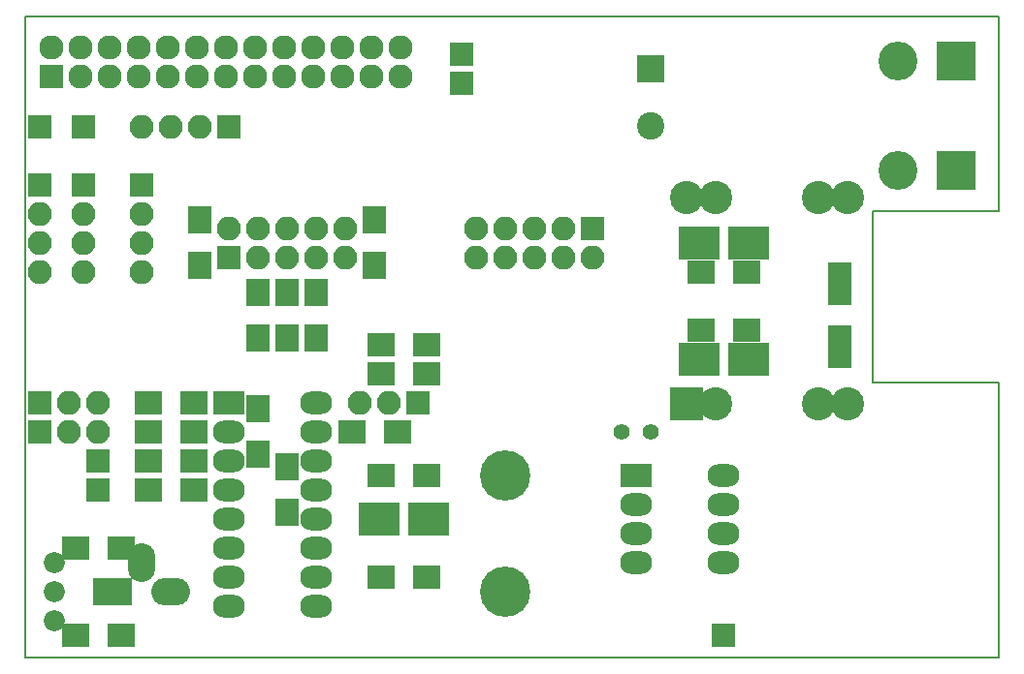
<source format=gbr>
%TF.GenerationSoftware,KiCad,Pcbnew,4.0.7*%
%TF.CreationDate,2018-04-11T15:18:22+03:00*%
%TF.ProjectId,pi_adc_rtc_etc,70695F6164635F7274635F6574632E6B,rev?*%
%TF.FileFunction,Soldermask,Bot*%
%FSLAX46Y46*%
G04 Gerber Fmt 4.6, Leading zero omitted, Abs format (unit mm)*
G04 Created by KiCad (PCBNEW 4.0.7) date 04/11/18 15:18:22*
%MOMM*%
%LPD*%
G01*
G04 APERTURE LIST*
%ADD10C,0.150000*%
%ADD11R,2.127200X2.127200*%
%ADD12O,2.127200X2.127200*%
%ADD13C,4.400500*%
%ADD14R,2.000000X2.400000*%
%ADD15R,3.600000X2.900000*%
%ADD16R,2.400000X2.000000*%
%ADD17O,2.400000X3.400000*%
%ADD18R,3.400000X2.400000*%
%ADD19O,3.400000X2.400000*%
%ADD20R,3.400000X3.400000*%
%ADD21C,3.400000*%
%ADD22R,2.100000X2.100000*%
%ADD23O,2.100000X2.100000*%
%ADD24R,2.900000X2.900000*%
%ADD25C,2.900000*%
%ADD26R,2.100000X2.400000*%
%ADD27R,2.400000X2.100000*%
%ADD28C,1.840000*%
%ADD29R,2.800000X2.000000*%
%ADD30O,2.800000X2.000000*%
%ADD31C,1.400000*%
%ADD32R,2.100000X3.700000*%
%ADD33R,2.400000X2.400000*%
%ADD34C,2.400000*%
G04 APERTURE END LIST*
D10*
X85000000Y39000000D02*
X85000000Y56000000D01*
X74000000Y39000000D02*
X85000000Y39000000D01*
X74000000Y24000000D02*
X74000000Y39000000D01*
X85000000Y24000000D02*
X74000000Y24000000D01*
X85000000Y0D02*
X85000000Y24000000D01*
X85000000Y56000000D02*
X0Y56000000D01*
X0Y0D02*
X85000000Y0D01*
X0Y56000000D02*
X0Y0D01*
D11*
X2255360Y50720860D03*
D12*
X2255360Y53260860D03*
X4795360Y50720860D03*
X4795360Y53260860D03*
X7335360Y50720860D03*
X7335360Y53260860D03*
X9875360Y50720860D03*
X9875360Y53260860D03*
X12415360Y50720860D03*
X12415360Y53260860D03*
X14955360Y50720860D03*
X14955360Y53260860D03*
X17495360Y50720860D03*
X17495360Y53260860D03*
X20035360Y50720860D03*
X20035360Y53260860D03*
X22575360Y50720860D03*
X22575360Y53260860D03*
X25115360Y50720860D03*
X25115360Y53260860D03*
X27655360Y50720860D03*
X27655360Y53260860D03*
X30195360Y50720860D03*
X30195360Y53260860D03*
X32735360Y50720860D03*
X32735360Y53260860D03*
D13*
X41920000Y15900000D03*
X41920000Y5740000D03*
D14*
X30490000Y34220000D03*
X30490000Y38220000D03*
D15*
X63120000Y26060000D03*
X58820000Y26060000D03*
D16*
X62970000Y28600000D03*
X58970000Y28600000D03*
D14*
X20330000Y17710000D03*
X20330000Y21710000D03*
D15*
X63120000Y36220000D03*
X58820000Y36220000D03*
D16*
X58970000Y33680000D03*
X62970000Y33680000D03*
D14*
X15250000Y34220000D03*
X15250000Y38220000D03*
D16*
X31030000Y24790000D03*
X35030000Y24790000D03*
D14*
X22870000Y16630000D03*
X22870000Y12630000D03*
D15*
X35180000Y12090000D03*
X30880000Y12090000D03*
D16*
X31030000Y7010000D03*
X35030000Y7010000D03*
D17*
X10170000Y8280000D03*
D18*
X7630000Y5740000D03*
D19*
X12710000Y5740000D03*
D20*
X81290000Y42570000D03*
D21*
X76210000Y42570000D03*
D22*
X10170000Y41300000D03*
D23*
X10170000Y38760000D03*
X10170000Y36220000D03*
X10170000Y33680000D03*
D22*
X1280000Y41300000D03*
D23*
X1280000Y38760000D03*
X1280000Y36220000D03*
X1280000Y33680000D03*
D22*
X5090000Y41300000D03*
D23*
X5090000Y38760000D03*
X5090000Y36220000D03*
X5090000Y33680000D03*
D22*
X17790000Y46380000D03*
D23*
X15250000Y46380000D03*
X12710000Y46380000D03*
X10170000Y46380000D03*
D24*
X57780000Y22140000D03*
D25*
X71780000Y22140000D03*
X71780000Y40140000D03*
X57780000Y40140000D03*
X60280000Y22140000D03*
X69280000Y22140000D03*
X69280000Y40140000D03*
X60280000Y40140000D03*
D22*
X5090000Y46380000D03*
D20*
X81290000Y52095000D03*
D21*
X76210000Y52095000D03*
D22*
X17790000Y34950000D03*
D23*
X17790000Y37490000D03*
X20330000Y34950000D03*
X20330000Y37490000D03*
X22870000Y34950000D03*
X22870000Y37490000D03*
X25410000Y34950000D03*
X25410000Y37490000D03*
X27950000Y34950000D03*
X27950000Y37490000D03*
D22*
X49540000Y37490000D03*
D23*
X49540000Y34950000D03*
X47000000Y37490000D03*
X47000000Y34950000D03*
X44460000Y37490000D03*
X44460000Y34950000D03*
X41920000Y37490000D03*
X41920000Y34950000D03*
X39380000Y37490000D03*
X39380000Y34950000D03*
D22*
X1280000Y46380000D03*
X38110000Y52730000D03*
X38110000Y50190000D03*
X1280000Y22250000D03*
D23*
X3820000Y22250000D03*
X6360000Y22250000D03*
D22*
X1280000Y19710000D03*
D23*
X3820000Y19710000D03*
X6360000Y19710000D03*
D22*
X6360000Y17170000D03*
X6360000Y14630000D03*
X34300000Y22250000D03*
D23*
X31760000Y22250000D03*
X29220000Y22250000D03*
D22*
X60970000Y1930000D03*
D26*
X22870000Y31870000D03*
X22870000Y27870000D03*
X20330000Y31870000D03*
X20330000Y27870000D03*
X25410000Y31870000D03*
X25410000Y27870000D03*
D27*
X10710000Y22250000D03*
X14710000Y22250000D03*
X10710000Y19710000D03*
X14710000Y19710000D03*
X10710000Y17170000D03*
X14710000Y17170000D03*
X10710000Y14630000D03*
X14710000Y14630000D03*
X32490000Y19710000D03*
X28490000Y19710000D03*
X35030000Y27330000D03*
X31030000Y27330000D03*
X31030000Y15900000D03*
X35030000Y15900000D03*
X4360000Y1930000D03*
X8360000Y1930000D03*
X8360000Y9550000D03*
X4360000Y9550000D03*
D28*
X2550000Y3200000D03*
X2550000Y5740000D03*
X2550000Y8280000D03*
D29*
X17790000Y22250000D03*
D30*
X25410000Y4470000D03*
X17790000Y19710000D03*
X25410000Y7010000D03*
X17790000Y17170000D03*
X25410000Y9550000D03*
X17790000Y14630000D03*
X25410000Y12090000D03*
X17790000Y12090000D03*
X25410000Y14630000D03*
X17790000Y9550000D03*
X25410000Y17170000D03*
X17790000Y7010000D03*
X25410000Y19710000D03*
X17790000Y4470000D03*
X25410000Y22250000D03*
D29*
X53350000Y15900000D03*
D30*
X60970000Y8280000D03*
X53350000Y13360000D03*
X60970000Y10820000D03*
X53350000Y10820000D03*
X60970000Y13360000D03*
X53350000Y8280000D03*
X60970000Y15900000D03*
D31*
X54620000Y19710000D03*
X52080000Y19710000D03*
D32*
X71130000Y27120000D03*
X71130000Y32620000D03*
D33*
X54620000Y51460000D03*
D34*
X54620000Y46460000D03*
M02*

</source>
